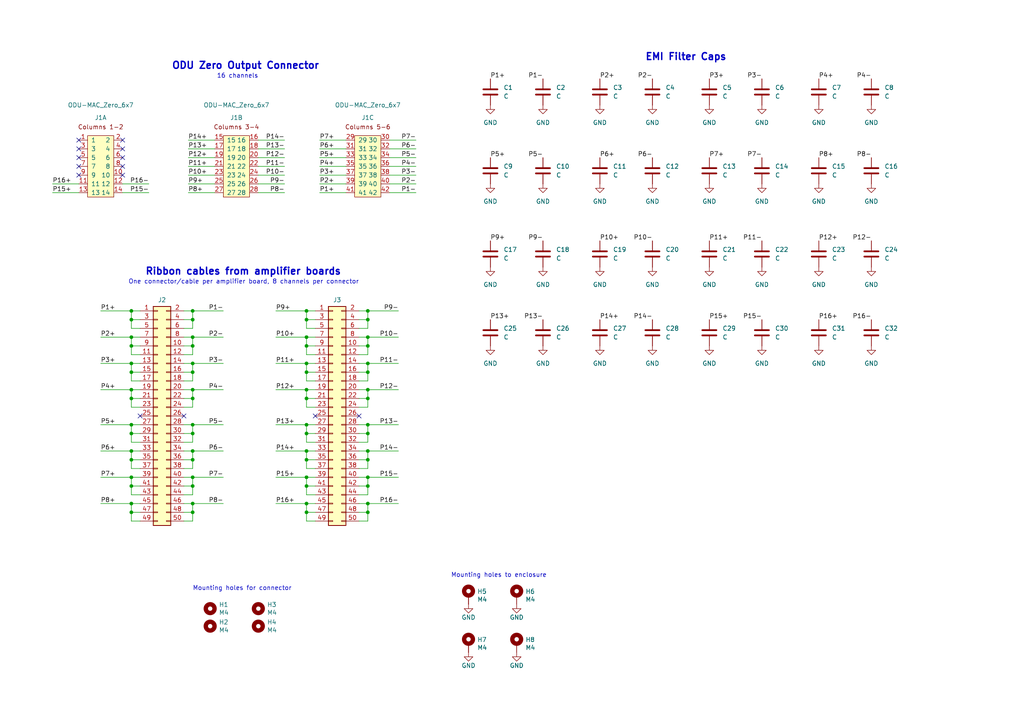
<source format=kicad_sch>
(kicad_sch (version 20211123) (generator eeschema)
  (paper "A4")
  (title_block (title "Shim Amplifier: Output Connector Board") (rev "D1") (company "Martinos Center @ MGH") (comment 1 "Don Straney"))
  (lib_symbols
    (symbol "Connector_Generic:Conn_02x25_Odd_Even" (pin_names (offset 1.016) hide)
      (property "Reference" "J" (at 1.27 33.02 0))
      (property "Value" "Conn_02x25_Odd_Even" (at 1.27 -33.02 0))
      (symbol "Conn_02x25_Odd_Even_1_1"
        (rectangle (start -1.27 -30.353) (end 0 -30.607) (stroke (width 0.1524)))
        (rectangle (start -1.27 -27.813) (end 0 -28.067) (stroke (width 0.1524)))
        (rectangle (start -1.27 -25.273) (end 0 -25.527) (stroke (width 0.1524)))
        (rectangle (start -1.27 -22.733) (end 0 -22.987) (stroke (width 0.1524)))
        (rectangle (start -1.27 -20.193) (end 0 -20.447) (stroke (width 0.1524)))
        (rectangle (start -1.27 -17.653) (end 0 -17.907) (stroke (width 0.1524)))
        (rectangle (start -1.27 -15.113) (end 0 -15.367) (stroke (width 0.1524)))
        (rectangle (start -1.27 -12.573) (end 0 -12.827) (stroke (width 0.1524)))
        (rectangle (start -1.27 -10.033) (end 0 -10.287) (stroke (width 0.1524)))
        (rectangle (start -1.27 -7.493) (end 0 -7.747) (stroke (width 0.1524)))
        (rectangle (start -1.27 -4.953) (end 0 -5.207) (stroke (width 0.1524)))
        (rectangle (start -1.27 -2.413) (end 0 -2.667) (stroke (width 0.1524)))
        (rectangle (start -1.27 0.127) (end 0 -0.127) (stroke (width 0.1524)))
        (rectangle (start -1.27 2.667) (end 0 2.413) (stroke (width 0.1524)))
        (rectangle (start -1.27 5.207) (end 0 4.953) (stroke (width 0.1524)))
        (rectangle (start -1.27 7.747) (end 0 7.493) (stroke (width 0.1524)))
        (rectangle (start -1.27 10.287) (end 0 10.033) (stroke (width 0.1524)))
        (rectangle (start -1.27 12.827) (end 0 12.573) (stroke (width 0.1524)))
        (rectangle (start -1.27 15.367) (end 0 15.113) (stroke (width 0.1524)))
        (rectangle (start -1.27 17.907) (end 0 17.653) (stroke (width 0.1524)))
        (rectangle (start -1.27 20.447) (end 0 20.193) (stroke (width 0.1524)))
        (rectangle (start -1.27 22.987) (end 0 22.733) (stroke (width 0.1524)))
        (rectangle (start -1.27 25.527) (end 0 25.273) (stroke (width 0.1524)))
        (rectangle (start -1.27 28.067) (end 0 27.813) (stroke (width 0.1524)))
        (rectangle (start -1.27 30.607) (end 0 30.353) (stroke (width 0.1524)))
        (rectangle (start -1.27 31.75) (end 3.81 -31.75) (stroke (width 0.254)) (fill (type background)))
        (rectangle (start 3.81 -30.353) (end 2.54 -30.607) (stroke (width 0.1524)))
        (rectangle (start 3.81 -27.813) (end 2.54 -28.067) (stroke (width 0.1524)))
        (rectangle (start 3.81 -25.273) (end 2.54 -25.527) (stroke (width 0.1524)))
        (rectangle (start 3.81 -22.733) (end 2.54 -22.987) (stroke (width 0.1524)))
        (rectangle (start 3.81 -20.193) (end 2.54 -20.447) (stroke (width 0.1524)))
        (rectangle (start 3.81 -17.653) (end 2.54 -17.907) (stroke (width 0.1524)))
        (rectangle (start 3.81 -15.113) (end 2.54 -15.367) (stroke (width 0.1524)))
        (rectangle (start 3.81 -12.573) (end 2.54 -12.827) (stroke (width 0.1524)))
        (rectangle (start 3.81 -10.033) (end 2.54 -10.287) (stroke (width 0.1524)))
        (rectangle (start 3.81 -7.493) (end 2.54 -7.747) (stroke (width 0.1524)))
        (rectangle (start 3.81 -4.953) (end 2.54 -5.207) (stroke (width 0.1524)))
        (rectangle (start 3.81 -2.413) (end 2.54 -2.667) (stroke (width 0.1524)))
        (rectangle (start 3.81 0.127) (end 2.54 -0.127) (stroke (width 0.1524)))
        (rectangle (start 3.81 2.667) (end 2.54 2.413) (stroke (width 0.1524)))
        (rectangle (start 3.81 5.207) (end 2.54 4.953) (stroke (width 0.1524)))
        (rectangle (start 3.81 7.747) (end 2.54 7.493) (stroke (width 0.1524)))
        (rectangle (start 3.81 10.287) (end 2.54 10.033) (stroke (width 0.1524)))
        (rectangle (start 3.81 12.827) (end 2.54 12.573) (stroke (width 0.1524)))
        (rectangle (start 3.81 15.367) (end 2.54 15.113) (stroke (width 0.1524)))
        (rectangle (start 3.81 17.907) (end 2.54 17.653) (stroke (width 0.1524)))
        (rectangle (start 3.81 20.447) (end 2.54 20.193) (stroke (width 0.1524)))
        (rectangle (start 3.81 22.987) (end 2.54 22.733) (stroke (width 0.1524)))
        (rectangle (start 3.81 25.527) (end 2.54 25.273) (stroke (width 0.1524)))
        (rectangle (start 3.81 28.067) (end 2.54 27.813) (stroke (width 0.1524)))
        (rectangle (start 3.81 30.607) (end 2.54 30.353) (stroke (width 0.1524)))
        (pin passive line (at -5.08 30.48 0) (length 3.81) (name "Pin_1") (number "1"))
        (pin passive line (at 7.62 20.32 180) (length 3.81) (name "Pin_10") (number "10"))
        (pin passive line (at -5.08 17.78 0) (length 3.81) (name "Pin_11") (number "11"))
        (pin passive line (at 7.62 17.78 180) (length 3.81) (name "Pin_12") (number "12"))
        (pin passive line (at -5.08 15.24 0) (length 3.81) (name "Pin_13") (number "13"))
        (pin passive line (at 7.62 15.24 180) (length 3.81) (name "Pin_14") (number "14"))
        (pin passive line (at -5.08 12.7 0) (length 3.81) (name "Pin_15") (number "15"))
        (pin passive line (at 7.62 12.7 180) (length 3.81) (name "Pin_16") (number "16"))
        (pin passive line (at -5.08 10.16 0) (length 3.81) (name "Pin_17") (number "17"))
        (pin passive line (at 7.62 10.16 180) (length 3.81) (name "Pin_18") (number "18"))
        (pin passive line (at -5.08 7.62 0) (length 3.81) (name "Pin_19") (number "19"))
        (pin passive line (at 7.62 30.48 180) (length 3.81) (name "Pin_2") (number "2"))
        (pin passive line (at 7.62 7.62 180) (length 3.81) (name "Pin_20") (number "20"))
        (pin passive line (at -5.08 5.08 0) (length 3.81) (name "Pin_21") (number "21"))
        (pin passive line (at 7.62 5.08 180) (length 3.81) (name "Pin_22") (number "22"))
        (pin passive line (at -5.08 2.54 0) (length 3.81) (name "Pin_23") (number "23"))
        (pin passive line (at 7.62 2.54 180) (length 3.81) (name "Pin_24") (number "24"))
        (pin passive line (at -5.08 0 0) (length 3.81) (name "Pin_25") (number "25"))
        (pin passive line (at 7.62 0 180) (length 3.81) (name "Pin_26") (number "26"))
        (pin passive line (at -5.08 -2.54 0) (length 3.81) (name "Pin_27") (number "27"))
        (pin passive line (at 7.62 -2.54 180) (length 3.81) (name "Pin_28") (number "28"))
        (pin passive line (at -5.08 -5.08 0) (length 3.81) (name "Pin_29") (number "29"))
        (pin passive line (at -5.08 27.94 0) (length 3.81) (name "Pin_3") (number "3"))
        (pin passive line (at 7.62 -5.08 180) (length 3.81) (name "Pin_30") (number "30"))
        (pin passive line (at -5.08 -7.62 0) (length 3.81) (name "Pin_31") (number "31"))
        (pin passive line (at 7.62 -7.62 180) (length 3.81) (name "Pin_32") (number "32"))
        (pin passive line (at -5.08 -10.16 0) (length 3.81) (name "Pin_33") (number "33"))
        (pin passive line (at 7.62 -10.16 180) (length 3.81) (name "Pin_34") (number "34"))
        (pin passive line (at -5.08 -12.7 0) (length 3.81) (name "Pin_35") (number "35"))
        (pin passive line (at 7.62 -12.7 180) (length 3.81) (name "Pin_36") (number "36"))
        (pin passive line (at -5.08 -15.24 0) (length 3.81) (name "Pin_37") (number "37"))
        (pin passive line (at 7.62 -15.24 180) (length 3.81) (name "Pin_38") (number "38"))
        (pin passive line (at -5.08 -17.78 0) (length 3.81) (name "Pin_39") (number "39"))
        (pin passive line (at 7.62 27.94 180) (length 3.81) (name "Pin_4") (number "4"))
        (pin passive line (at 7.62 -17.78 180) (length 3.81) (name "Pin_40") (number "40"))
        (pin passive line (at -5.08 -20.32 0) (length 3.81) (name "Pin_41") (number "41"))
        (pin passive line (at 7.62 -20.32 180) (length 3.81) (name "Pin_42") (number "42"))
        (pin passive line (at -5.08 -22.86 0) (length 3.81) (name "Pin_43") (number "43"))
        (pin passive line (at 7.62 -22.86 180) (length 3.81) (name "Pin_44") (number "44"))
        (pin passive line (at -5.08 -25.4 0) (length 3.81) (name "Pin_45") (number "45"))
        (pin passive line (at 7.62 -25.4 180) (length 3.81) (name "Pin_46") (number "46"))
        (pin passive line (at -5.08 -27.94 0) (length 3.81) (name "Pin_47") (number "47"))
        (pin passive line (at 7.62 -27.94 180) (length 3.81) (name "Pin_48") (number "48"))
        (pin passive line (at -5.08 -30.48 0) (length 3.81) (name "Pin_49") (number "49"))
        (pin passive line (at -5.08 25.4 0) (length 3.81) (name "Pin_5") (number "5"))
        (pin passive line (at 7.62 -30.48 180) (length 3.81) (name "Pin_50") (number "50"))
        (pin passive line (at 7.62 25.4 180) (length 3.81) (name "Pin_6") (number "6"))
        (pin passive line (at -5.08 22.86 0) (length 3.81) (name "Pin_7") (number "7"))
        (pin passive line (at 7.62 22.86 180) (length 3.81) (name "Pin_8") (number "8"))
        (pin passive line (at -5.08 20.32 0) (length 3.81) (name "Pin_9") (number "9"))
      )
    )
    (symbol "Device:C" (pin_numbers hide) (pin_names (offset 0.254))
      (property "Reference" "C" (at 0.635 2.54 0))
      (property "Value" "C" (at 0.635 -2.54 0))
      (symbol "C_0_1"
        (polyline (pts (xy -2.032 -0.762) (xy 2.032 -0.762)) (stroke (width 0.508)))
        (polyline (pts (xy -2.032 0.762) (xy 2.032 0.762)) (stroke (width 0.508)))
      )
      (symbol "C_1_1"
        (pin passive line (at 0 3.81 270) (length 2.794) (name "~") (number "1"))
        (pin passive line (at 0 -3.81 90) (length 2.794) (name "~") (number "2"))
      )
    )
    (symbol "Don:ODU-MAC_Zero_6x7" (pin_names (offset 1.016))
      (property "Reference" "J" (at -1.27 24.13 0))
      (property "Value" "ODU-MAC_Zero_6x7" (at 0 21.59 0))
      (symbol "ODU-MAC_Zero_6x7_0_1"
        (rectangle (start -3.81 12.7) (end 3.81 -5.08) (fill (type background)))
      )
      (symbol "ODU-MAC_Zero_6x7_1_0"
        (text "Columns 1-2" (at 0 15.24 0) (effects (font (size 1.27 1.27))))
      )
      (symbol "ODU-MAC_Zero_6x7_1_1"
        (pin passive line (at -6.35 11.43 0) (length 2.54) (name "1") (number "1"))
        (pin passive line (at 6.35 1.27 180) (length 2.54) (name "10") (number "10"))
        (pin passive line (at -6.35 -1.27 0) (length 2.54) (name "11") (number "11"))
        (pin passive line (at 6.35 -1.27 180) (length 2.54) (name "12") (number "12"))
        (pin passive line (at -6.35 -3.81 0) (length 2.54) (name "13") (number "13"))
        (pin passive line (at 6.35 -3.81 180) (length 2.54) (name "14") (number "14"))
        (pin passive line (at 6.35 11.43 180) (length 2.54) (name "2") (number "2"))
        (pin passive line (at -6.35 8.89 0) (length 2.54) (name "3") (number "3"))
        (pin passive line (at 6.35 8.89 180) (length 2.54) (name "4") (number "4"))
        (pin passive line (at -6.35 6.35 0) (length 2.54) (name "5") (number "5"))
        (pin passive line (at 6.35 6.35 180) (length 2.54) (name "6") (number "6"))
        (pin passive line (at -6.35 3.81 0) (length 2.54) (name "7") (number "7"))
        (pin passive line (at 6.35 3.81 180) (length 2.54) (name "8") (number "8"))
        (pin passive line (at -6.35 1.27 0) (length 2.54) (name "9") (number "9"))
      )
      (symbol "ODU-MAC_Zero_6x7_2_1"
        (text "Columns 3-4" (at 0 15.24 0) (effects (font (size 1.27 1.27))))
        (pin passive line (at -6.35 11.43 0) (length 2.54) (name "15") (number "15"))
        (pin passive line (at 6.35 11.43 180) (length 2.54) (name "16") (number "16"))
        (pin passive line (at -6.35 8.89 0) (length 2.54) (name "17") (number "17"))
        (pin passive line (at 6.35 8.89 180) (length 2.54) (name "18") (number "18"))
        (pin passive line (at -6.35 6.35 0) (length 2.54) (name "19") (number "19"))
        (pin passive line (at 6.35 6.35 180) (length 2.54) (name "20") (number "20"))
        (pin passive line (at -6.35 3.81 0) (length 2.54) (name "21") (number "21"))
        (pin passive line (at 6.35 3.81 180) (length 2.54) (name "22") (number "22"))
        (pin passive line (at -6.35 1.27 0) (length 2.54) (name "23") (number "23"))
        (pin passive line (at 6.35 1.27 180) (length 2.54) (name "24") (number "24"))
        (pin passive line (at -6.35 -1.27 0) (length 2.54) (name "25") (number "25"))
        (pin passive line (at 6.35 -1.27 180) (length 2.54) (name "26") (number "26"))
        (pin passive line (at -6.35 -3.81 0) (length 2.54) (name "27") (number "27"))
        (pin passive line (at 6.35 -3.81 180) (length 2.54) (name "28") (number "28"))
      )
      (symbol "ODU-MAC_Zero_6x7_3_1"
        (text "Columns 5-6" (at 0 15.24 0) (effects (font (size 1.27 1.27))))
        (pin passive line (at -6.35 11.43 0) (length 2.54) (name "29") (number "29"))
        (pin passive line (at 6.35 11.43 180) (length 2.54) (name "30") (number "30"))
        (pin passive line (at -6.35 8.89 0) (length 2.54) (name "31") (number "31"))
        (pin passive line (at 6.35 8.89 180) (length 2.54) (name "32") (number "32"))
        (pin passive line (at -6.35 6.35 0) (length 2.54) (name "33") (number "33"))
        (pin passive line (at 6.35 6.35 180) (length 2.54) (name "34") (number "34"))
        (pin passive line (at -6.35 3.81 0) (length 2.54) (name "35") (number "35"))
        (pin passive line (at 6.35 3.81 180) (length 2.54) (name "36") (number "36"))
        (pin passive line (at -6.35 1.27 0) (length 2.54) (name "37") (number "37"))
        (pin passive line (at 6.35 1.27 180) (length 2.54) (name "38") (number "38"))
        (pin passive line (at -6.35 -1.27 0) (length 2.54) (name "39") (number "39"))
        (pin passive line (at 6.35 -1.27 180) (length 2.54) (name "40") (number "40"))
        (pin passive line (at -6.35 -3.81 0) (length 2.54) (name "41") (number "41"))
        (pin passive line (at 6.35 -3.81 180) (length 2.54) (name "42") (number "42"))
      )
    )
    (symbol "Mechanical:MountingHole" (pin_names (offset 1.016))
      (property "Reference" "H" (at 0 5.08 0))
      (property "Value" "MountingHole" (at 0 3.175 0))
      (symbol "MountingHole_0_1"
        (circle (center 0 0) (radius 1.27) (stroke (width 1.27)))
      )
    )
    (symbol "Mechanical:MountingHole_Pad" (pin_numbers hide) (pin_names (offset 1.016) hide)
      (property "Reference" "H" (at 0 6.35 0))
      (property "Value" "MountingHole_Pad" (at 0 4.445 0))
      (symbol "MountingHole_Pad_0_1"
        (circle (center 0 1.27) (radius 1.27) (stroke (width 1.27)))
      )
      (symbol "MountingHole_Pad_1_1"
        (pin input line (at 0 -2.54 90) (length 2.54) (name "1") (number "1"))
      )
    )
    (symbol "power:GND" (power) (pin_names (offset 0))
      (property "Value" "GND" (at 0 -3.81 0))
      (symbol "GND_0_1"
        (polyline (pts (xy 0 0) (xy 0 -1.27) (xy 1.27 -1.27) (xy 0 -2.54) (xy -1.27 -1.27) (xy 0 -1.27)))
      )
      (symbol "GND_1_1"
        (pin power_in line (at 0 0 270) (length 0) hide (name "GND") (number "1"))
      )
    )
  )
  (junction (at 38.1 148.59))
  (junction (at 106.68 125.73))
  (junction (at 55.88 105.41))
  (junction (at 88.9 133.35))
  (junction (at 88.9 115.57))
  (junction (at 88.9 125.73))
  (junction (at 55.88 107.95))
  (junction (at 55.88 146.05))
  (junction (at 38.1 146.05))
  (junction (at 55.88 97.79))
  (junction (at 55.88 138.43))
  (junction (at 88.9 97.79))
  (junction (at 88.9 138.43))
  (junction (at 55.88 123.19))
  (junction (at 106.68 90.17))
  (junction (at 38.1 97.79))
  (junction (at 106.68 113.03))
  (junction (at 55.88 140.97))
  (junction (at 88.9 140.97))
  (junction (at 38.1 140.97))
  (junction (at 38.1 133.35))
  (junction (at 55.88 115.57))
  (junction (at 38.1 113.03))
  (junction (at 88.9 105.41))
  (junction (at 38.1 130.81))
  (junction (at 55.88 92.71))
  (junction (at 38.1 115.57))
  (junction (at 106.68 140.97))
  (junction (at 106.68 130.81))
  (junction (at 106.68 146.05))
  (junction (at 55.88 113.03))
  (junction (at 88.9 146.05))
  (junction (at 88.9 148.59))
  (junction (at 55.88 90.17))
  (junction (at 106.68 148.59))
  (junction (at 88.9 130.81))
  (junction (at 106.68 138.43))
  (junction (at 38.1 125.73))
  (junction (at 38.1 138.43))
  (junction (at 88.9 113.03))
  (junction (at 38.1 105.41))
  (junction (at 106.68 133.35))
  (junction (at 38.1 107.95))
  (junction (at 106.68 97.79))
  (junction (at 106.68 123.19))
  (junction (at 55.88 100.33))
  (junction (at 106.68 107.95))
  (junction (at 55.88 148.59))
  (junction (at 106.68 100.33))
  (junction (at 55.88 130.81))
  (junction (at 88.9 100.33))
  (junction (at 88.9 92.71))
  (junction (at 38.1 123.19))
  (junction (at 88.9 90.17))
  (junction (at 38.1 92.71))
  (junction (at 106.68 115.57))
  (junction (at 55.88 125.73))
  (junction (at 106.68 92.71))
  (junction (at 38.1 100.33))
  (junction (at 55.88 133.35))
  (junction (at 106.68 105.41))
  (junction (at 88.9 107.95))
  (junction (at 38.1 90.17))
  (junction (at 88.9 123.19))
  (no_connect (at 35.56 43.18))
  (no_connect (at 40.64 120.65))
  (no_connect (at 22.86 45.72))
  (no_connect (at 91.44 120.65))
  (no_connect (at 22.86 40.64))
  (no_connect (at 104.14 120.65))
  (no_connect (at 22.86 48.26))
  (no_connect (at 22.86 50.8))
  (no_connect (at 35.56 50.8))
  (no_connect (at 35.56 40.64))
  (no_connect (at 22.86 43.18))
  (no_connect (at 35.56 45.72))
  (no_connect (at 35.56 48.26))
  (no_connect (at 53.34 120.65))
  (wire (pts (xy 40.64 113.03) (xy 38.1 113.03)))
  (wire (pts (xy 88.9 143.51) (xy 88.9 140.97)))
  (wire (pts (xy 91.44 138.43) (xy 88.9 138.43)))
  (wire (pts (xy 106.68 105.41) (xy 115.57 105.41)))
  (wire (pts (xy 88.9 102.87) (xy 88.9 100.33)))
  (wire (pts (xy 88.9 128.27) (xy 88.9 125.73)))
  (wire (pts (xy 106.68 138.43) (xy 115.57 138.43)))
  (wire (pts (xy 88.9 97.79) (xy 80.01 97.79)))
  (wire (pts (xy 104.14 143.51) (xy 106.68 143.51)))
  (wire (pts (xy 106.68 143.51) (xy 106.68 140.97)))
  (wire (pts (xy 40.64 133.35) (xy 38.1 133.35)))
  (wire (pts (xy 74.93 45.72) (xy 82.55 45.72)))
  (wire (pts (xy 38.1 151.13) (xy 38.1 148.59)))
  (wire (pts (xy 55.88 146.05) (xy 64.77 146.05)))
  (wire (pts (xy 55.88 130.81) (xy 64.77 130.81)))
  (wire (pts (xy 38.1 100.33) (xy 38.1 97.79)))
  (wire (pts (xy 106.68 97.79) (xy 115.57 97.79)))
  (wire (pts (xy 53.34 90.17) (xy 55.88 90.17)))
  (wire (pts (xy 91.44 118.11) (xy 88.9 118.11)))
  (wire (pts (xy 55.88 97.79) (xy 64.77 97.79)))
  (wire (pts (xy 91.44 123.19) (xy 88.9 123.19)))
  (wire (pts (xy 104.14 128.27) (xy 106.68 128.27)))
  (wire (pts (xy 40.64 151.13) (xy 38.1 151.13)))
  (wire (pts (xy 40.64 123.19) (xy 38.1 123.19)))
  (wire (pts (xy 54.61 43.18) (xy 62.23 43.18)))
  (wire (pts (xy 53.34 143.51) (xy 55.88 143.51)))
  (wire (pts (xy 40.64 95.25) (xy 38.1 95.25)))
  (wire (pts (xy 54.61 55.88) (xy 62.23 55.88)))
  (wire (pts (xy 88.9 123.19) (xy 80.01 123.19)))
  (wire (pts (xy 55.88 138.43) (xy 64.77 138.43)))
  (wire (pts (xy 106.68 130.81) (xy 115.57 130.81)))
  (wire (pts (xy 104.14 123.19) (xy 106.68 123.19)))
  (wire (pts (xy 91.44 110.49) (xy 88.9 110.49)))
  (wire (pts (xy 113.03 40.64) (xy 120.65 40.64)))
  (wire (pts (xy 53.34 107.95) (xy 55.88 107.95)))
  (wire (pts (xy 88.9 140.97) (xy 88.9 138.43)))
  (wire (pts (xy 40.64 102.87) (xy 38.1 102.87)))
  (wire (pts (xy 53.34 123.19) (xy 55.88 123.19)))
  (wire (pts (xy 55.88 95.25) (xy 55.88 92.71)))
  (wire (pts (xy 104.14 130.81) (xy 106.68 130.81)))
  (wire (pts (xy 106.68 148.59) (xy 106.68 146.05)))
  (wire (pts (xy 92.71 53.34) (xy 100.33 53.34)))
  (wire (pts (xy 40.64 118.11) (xy 38.1 118.11)))
  (wire (pts (xy 38.1 90.17) (xy 29.21 90.17)))
  (wire (pts (xy 88.9 118.11) (xy 88.9 115.57)))
  (wire (pts (xy 38.1 148.59) (xy 38.1 146.05)))
  (wire (pts (xy 15.24 55.88) (xy 22.86 55.88)))
  (wire (pts (xy 55.88 92.71) (xy 55.88 90.17)))
  (wire (pts (xy 92.71 48.26) (xy 100.33 48.26)))
  (wire (pts (xy 113.03 50.8) (xy 120.65 50.8)))
  (wire (pts (xy 55.88 151.13) (xy 55.88 148.59)))
  (wire (pts (xy 40.64 130.81) (xy 38.1 130.81)))
  (wire (pts (xy 40.64 128.27) (xy 38.1 128.27)))
  (wire (pts (xy 104.14 113.03) (xy 106.68 113.03)))
  (wire (pts (xy 55.88 115.57) (xy 55.88 113.03)))
  (wire (pts (xy 40.64 100.33) (xy 38.1 100.33)))
  (wire (pts (xy 92.71 40.64) (xy 100.33 40.64)))
  (wire (pts (xy 35.56 53.34) (xy 43.18 53.34)))
  (wire (pts (xy 104.14 151.13) (xy 106.68 151.13)))
  (wire (pts (xy 91.44 143.51) (xy 88.9 143.51)))
  (wire (pts (xy 55.88 140.97) (xy 55.88 138.43)))
  (wire (pts (xy 88.9 151.13) (xy 88.9 148.59)))
  (wire (pts (xy 104.14 110.49) (xy 106.68 110.49)))
  (wire (pts (xy 104.14 133.35) (xy 106.68 133.35)))
  (wire (pts (xy 53.34 146.05) (xy 55.88 146.05)))
  (wire (pts (xy 54.61 40.64) (xy 62.23 40.64)))
  (wire (pts (xy 106.68 115.57) (xy 106.68 113.03)))
  (wire (pts (xy 88.9 100.33) (xy 88.9 97.79)))
  (wire (pts (xy 38.1 107.95) (xy 38.1 105.41)))
  (wire (pts (xy 106.68 90.17) (xy 115.57 90.17)))
  (wire (pts (xy 55.88 100.33) (xy 55.88 97.79)))
  (wire (pts (xy 40.64 140.97) (xy 38.1 140.97)))
  (wire (pts (xy 40.64 146.05) (xy 38.1 146.05)))
  (wire (pts (xy 106.68 92.71) (xy 106.68 90.17)))
  (wire (pts (xy 88.9 148.59) (xy 88.9 146.05)))
  (wire (pts (xy 91.44 151.13) (xy 88.9 151.13)))
  (wire (pts (xy 38.1 118.11) (xy 38.1 115.57)))
  (wire (pts (xy 40.64 148.59) (xy 38.1 148.59)))
  (wire (pts (xy 104.14 148.59) (xy 106.68 148.59)))
  (wire (pts (xy 88.9 113.03) (xy 80.01 113.03)))
  (wire (pts (xy 53.34 95.25) (xy 55.88 95.25)))
  (wire (pts (xy 104.14 125.73) (xy 106.68 125.73)))
  (wire (pts (xy 106.68 118.11) (xy 106.68 115.57)))
  (wire (pts (xy 40.64 107.95) (xy 38.1 107.95)))
  (wire (pts (xy 91.44 97.79) (xy 88.9 97.79)))
  (wire (pts (xy 55.88 118.11) (xy 55.88 115.57)))
  (wire (pts (xy 55.88 135.89) (xy 55.88 133.35)))
  (wire (pts (xy 104.14 138.43) (xy 106.68 138.43)))
  (wire (pts (xy 55.88 107.95) (xy 55.88 105.41)))
  (wire (pts (xy 40.64 110.49) (xy 38.1 110.49)))
  (wire (pts (xy 54.61 45.72) (xy 62.23 45.72)))
  (wire (pts (xy 88.9 92.71) (xy 88.9 90.17)))
  (wire (pts (xy 55.88 128.27) (xy 55.88 125.73)))
  (wire (pts (xy 91.44 95.25) (xy 88.9 95.25)))
  (wire (pts (xy 53.34 105.41) (xy 55.88 105.41)))
  (wire (pts (xy 92.71 50.8) (xy 100.33 50.8)))
  (wire (pts (xy 53.34 140.97) (xy 55.88 140.97)))
  (wire (pts (xy 38.1 113.03) (xy 29.21 113.03)))
  (wire (pts (xy 55.88 143.51) (xy 55.88 140.97)))
  (wire (pts (xy 53.34 128.27) (xy 55.88 128.27)))
  (wire (pts (xy 106.68 102.87) (xy 106.68 100.33)))
  (wire (pts (xy 104.14 140.97) (xy 106.68 140.97)))
  (wire (pts (xy 88.9 110.49) (xy 88.9 107.95)))
  (wire (pts (xy 38.1 105.41) (xy 29.21 105.41)))
  (wire (pts (xy 106.68 123.19) (xy 115.57 123.19)))
  (wire (pts (xy 88.9 115.57) (xy 88.9 113.03)))
  (wire (pts (xy 38.1 138.43) (xy 29.21 138.43)))
  (wire (pts (xy 113.03 55.88) (xy 120.65 55.88)))
  (wire (pts (xy 38.1 146.05) (xy 29.21 146.05)))
  (wire (pts (xy 92.71 55.88) (xy 100.33 55.88)))
  (wire (pts (xy 54.61 53.34) (xy 62.23 53.34)))
  (wire (pts (xy 40.64 115.57) (xy 38.1 115.57)))
  (wire (pts (xy 38.1 135.89) (xy 38.1 133.35)))
  (wire (pts (xy 104.14 100.33) (xy 106.68 100.33)))
  (wire (pts (xy 15.24 53.34) (xy 22.86 53.34)))
  (wire (pts (xy 38.1 130.81) (xy 29.21 130.81)))
  (wire (pts (xy 91.44 107.95) (xy 88.9 107.95)))
  (wire (pts (xy 91.44 92.71) (xy 88.9 92.71)))
  (wire (pts (xy 104.14 102.87) (xy 106.68 102.87)))
  (wire (pts (xy 91.44 105.41) (xy 88.9 105.41)))
  (wire (pts (xy 91.44 125.73) (xy 88.9 125.73)))
  (wire (pts (xy 53.34 151.13) (xy 55.88 151.13)))
  (wire (pts (xy 38.1 102.87) (xy 38.1 100.33)))
  (wire (pts (xy 92.71 45.72) (xy 100.33 45.72)))
  (wire (pts (xy 88.9 90.17) (xy 80.01 90.17)))
  (wire (pts (xy 53.34 113.03) (xy 55.88 113.03)))
  (wire (pts (xy 113.03 43.18) (xy 120.65 43.18)))
  (wire (pts (xy 74.93 43.18) (xy 82.55 43.18)))
  (wire (pts (xy 55.88 125.73) (xy 55.88 123.19)))
  (wire (pts (xy 91.44 115.57) (xy 88.9 115.57)))
  (wire (pts (xy 40.64 135.89) (xy 38.1 135.89)))
  (wire (pts (xy 106.68 128.27) (xy 106.68 125.73)))
  (wire (pts (xy 106.68 140.97) (xy 106.68 138.43)))
  (wire (pts (xy 54.61 50.8) (xy 62.23 50.8)))
  (wire (pts (xy 53.34 138.43) (xy 55.88 138.43)))
  (wire (pts (xy 106.68 125.73) (xy 106.68 123.19)))
  (wire (pts (xy 55.88 105.41) (xy 64.77 105.41)))
  (wire (pts (xy 113.03 48.26) (xy 120.65 48.26)))
  (wire (pts (xy 38.1 123.19) (xy 29.21 123.19)))
  (wire (pts (xy 53.34 115.57) (xy 55.88 115.57)))
  (wire (pts (xy 38.1 128.27) (xy 38.1 125.73)))
  (wire (pts (xy 104.14 107.95) (xy 106.68 107.95)))
  (wire (pts (xy 91.44 113.03) (xy 88.9 113.03)))
  (wire (pts (xy 55.88 90.17) (xy 64.77 90.17)))
  (wire (pts (xy 91.44 135.89) (xy 88.9 135.89)))
  (wire (pts (xy 88.9 138.43) (xy 80.01 138.43)))
  (wire (pts (xy 40.64 90.17) (xy 38.1 90.17)))
  (wire (pts (xy 53.34 118.11) (xy 55.88 118.11)))
  (wire (pts (xy 88.9 135.89) (xy 88.9 133.35)))
  (wire (pts (xy 104.14 97.79) (xy 106.68 97.79)))
  (wire (pts (xy 38.1 140.97) (xy 38.1 138.43)))
  (wire (pts (xy 104.14 135.89) (xy 106.68 135.89)))
  (wire (pts (xy 53.34 133.35) (xy 55.88 133.35)))
  (wire (pts (xy 53.34 97.79) (xy 55.88 97.79)))
  (wire (pts (xy 91.44 128.27) (xy 88.9 128.27)))
  (wire (pts (xy 55.88 133.35) (xy 55.88 130.81)))
  (wire (pts (xy 74.93 50.8) (xy 82.55 50.8)))
  (wire (pts (xy 88.9 107.95) (xy 88.9 105.41)))
  (wire (pts (xy 92.71 43.18) (xy 100.33 43.18)))
  (wire (pts (xy 104.14 118.11) (xy 106.68 118.11)))
  (wire (pts (xy 106.68 151.13) (xy 106.68 148.59)))
  (wire (pts (xy 106.68 133.35) (xy 106.68 130.81)))
  (wire (pts (xy 54.61 48.26) (xy 62.23 48.26)))
  (wire (pts (xy 91.44 130.81) (xy 88.9 130.81)))
  (wire (pts (xy 38.1 143.51) (xy 38.1 140.97)))
  (wire (pts (xy 106.68 110.49) (xy 106.68 107.95)))
  (wire (pts (xy 38.1 110.49) (xy 38.1 107.95)))
  (wire (pts (xy 88.9 130.81) (xy 80.01 130.81)))
  (wire (pts (xy 38.1 125.73) (xy 38.1 123.19)))
  (wire (pts (xy 53.34 148.59) (xy 55.88 148.59)))
  (wire (pts (xy 91.44 133.35) (xy 88.9 133.35)))
  (wire (pts (xy 91.44 146.05) (xy 88.9 146.05)))
  (wire (pts (xy 40.64 138.43) (xy 38.1 138.43)))
  (wire (pts (xy 88.9 105.41) (xy 80.01 105.41)))
  (wire (pts (xy 38.1 95.25) (xy 38.1 92.71)))
  (wire (pts (xy 104.14 115.57) (xy 106.68 115.57)))
  (wire (pts (xy 113.03 45.72) (xy 120.65 45.72)))
  (wire (pts (xy 55.88 123.19) (xy 64.77 123.19)))
  (wire (pts (xy 40.64 92.71) (xy 38.1 92.71)))
  (wire (pts (xy 53.34 100.33) (xy 55.88 100.33)))
  (wire (pts (xy 74.93 55.88) (xy 82.55 55.88)))
  (wire (pts (xy 113.03 53.34) (xy 120.65 53.34)))
  (wire (pts (xy 40.64 143.51) (xy 38.1 143.51)))
  (wire (pts (xy 53.34 135.89) (xy 55.88 135.89)))
  (wire (pts (xy 38.1 92.71) (xy 38.1 90.17)))
  (wire (pts (xy 91.44 100.33) (xy 88.9 100.33)))
  (wire (pts (xy 38.1 97.79) (xy 29.21 97.79)))
  (wire (pts (xy 88.9 125.73) (xy 88.9 123.19)))
  (wire (pts (xy 91.44 140.97) (xy 88.9 140.97)))
  (wire (pts (xy 55.88 110.49) (xy 55.88 107.95)))
  (wire (pts (xy 106.68 107.95) (xy 106.68 105.41)))
  (wire (pts (xy 91.44 102.87) (xy 88.9 102.87)))
  (wire (pts (xy 40.64 105.41) (xy 38.1 105.41)))
  (wire (pts (xy 74.93 53.34) (xy 82.55 53.34)))
  (wire (pts (xy 104.14 105.41) (xy 106.68 105.41)))
  (wire (pts (xy 104.14 90.17) (xy 106.68 90.17)))
  (wire (pts (xy 53.34 110.49) (xy 55.88 110.49)))
  (wire (pts (xy 53.34 125.73) (xy 55.88 125.73)))
  (wire (pts (xy 38.1 115.57) (xy 38.1 113.03)))
  (wire (pts (xy 106.68 135.89) (xy 106.68 133.35)))
  (wire (pts (xy 35.56 55.88) (xy 43.18 55.88)))
  (wire (pts (xy 91.44 90.17) (xy 88.9 90.17)))
  (wire (pts (xy 104.14 146.05) (xy 106.68 146.05)))
  (wire (pts (xy 106.68 113.03) (xy 115.57 113.03)))
  (wire (pts (xy 53.34 102.87) (xy 55.88 102.87)))
  (wire (pts (xy 104.14 92.71) (xy 106.68 92.71)))
  (wire (pts (xy 38.1 133.35) (xy 38.1 130.81)))
  (wire (pts (xy 53.34 92.71) (xy 55.88 92.71)))
  (wire (pts (xy 106.68 95.25) (xy 106.68 92.71)))
  (wire (pts (xy 55.88 113.03) (xy 64.77 113.03)))
  (wire (pts (xy 106.68 146.05) (xy 115.57 146.05)))
  (wire (pts (xy 55.88 148.59) (xy 55.88 146.05)))
  (wire (pts (xy 88.9 146.05) (xy 80.01 146.05)))
  (wire (pts (xy 55.88 102.87) (xy 55.88 100.33)))
  (wire (pts (xy 91.44 148.59) (xy 88.9 148.59)))
  (wire (pts (xy 53.34 130.81) (xy 55.88 130.81)))
  (wire (pts (xy 74.93 48.26) (xy 82.55 48.26)))
  (wire (pts (xy 88.9 95.25) (xy 88.9 92.71)))
  (wire (pts (xy 74.93 40.64) (xy 82.55 40.64)))
  (wire (pts (xy 88.9 133.35) (xy 88.9 130.81)))
  (wire (pts (xy 40.64 125.73) (xy 38.1 125.73)))
  (wire (pts (xy 40.64 97.79) (xy 38.1 97.79)))
  (wire (pts (xy 106.68 100.33) (xy 106.68 97.79)))
  (wire (pts (xy 104.14 95.25) (xy 106.68 95.25)))
  (text "Mounting holes for connector" (at 55.88 171.45 0) (effects (font (size 1.27 1.27)) (justify left bottom)))
  (text "ODU Zero Output Connector" (at 92.71 20.32 180) (effects (font (size 2.0066 2.0066) (thickness 0.4013) bold) (justify right bottom)))
  (text "16 channels" (at 74.93 22.86 180) (effects (font (size 1.27 1.27)) (justify right bottom)))
  (text "Ribbon cables from amplifier boards" (at 99.06 80.01 180) (effects (font (size 2.0066 2.0066) (thickness 0.4013) bold) (justify right bottom)))
  (text "One connector/cable per amplifier board, 8 channels per connector" (at 104.14 82.55 180) (effects (font (size 1.27 1.27)) (justify right bottom)))
  (text "Mounting holes to enclosure" (at 130.81 167.64 0) (effects (font (size 1.27 1.27)) (justify left bottom)))
  (text "EMI Filter Caps" (at 210.82 17.78 180) (effects (font (size 2.0066 2.0066) (thickness 0.4013) bold) (justify right bottom)))
  (label "P11-" (at 115.57 105.41 180))
  (label "P1+" (at 29.21 90.17 0))
  (label "P16-" (at 115.57 146.05 180))
  (label "P9+" (at 54.61 53.34 0))
  (label "P9-" (at 157.48 69.85 180))
  (label "P11+" (at 80.01 105.41 0))
  (label "P15-" (at 43.18 55.88 180))
  (label "P8-" (at 252.73 45.72 180))
  (label "P10-" (at 115.57 97.79 180))
  (label "P4-" (at 64.77 113.03 180))
  (label "P14+" (at 173.99 92.71 0))
  (label "P2-" (at 120.65 53.34 180))
  (label "P4+" (at 237.49 22.86 0))
  (label "P14+" (at 54.61 40.64 0))
  (label "P8-" (at 82.55 55.88 180))
  (label "P6+" (at 29.21 130.81 0))
  (label "P9-" (at 82.55 53.34 180))
  (label "P4-" (at 252.73 22.86 180))
  (label "P12-" (at 82.55 45.72 180))
  (label "P8+" (at 237.49 45.72 0))
  (label "P16+" (at 237.49 92.71 0))
  (label "P7+" (at 92.71 40.64 0))
  (label "P4+" (at 29.21 113.03 0))
  (label "P14-" (at 189.23 92.71 180))
  (label "P15-" (at 220.98 92.71 180))
  (label "P7+" (at 205.74 45.72 0))
  (label "P9+" (at 142.24 69.85 0))
  (label "P13-" (at 115.57 123.19 180))
  (label "P12-" (at 252.73 69.85 180))
  (label "P4+" (at 92.71 48.26 0))
  (label "P5-" (at 157.48 45.72 180))
  (label "P14-" (at 82.55 40.64 180))
  (label "P16+" (at 15.24 53.34 0))
  (label "P16+" (at 80.01 146.05 0))
  (label "P3-" (at 64.77 105.41 180))
  (label "P1-" (at 157.48 22.86 180))
  (label "P5+" (at 29.21 123.19 0))
  (label "P7+" (at 29.21 138.43 0))
  (label "P6+" (at 92.71 43.18 0))
  (label "P3+" (at 29.21 105.41 0))
  (label "P10-" (at 82.55 50.8 180))
  (label "P5+" (at 92.71 45.72 0))
  (label "P6+" (at 173.99 45.72 0))
  (label "P2+" (at 29.21 97.79 0))
  (label "P11+" (at 54.61 48.26 0))
  (label "P10-" (at 189.23 69.85 180))
  (label "P14+" (at 80.01 130.81 0))
  (label "P4-" (at 120.65 48.26 180))
  (label "P8-" (at 64.77 146.05 180))
  (label "P16-" (at 252.73 92.71 180))
  (label "P6-" (at 189.23 45.72 180))
  (label "P3+" (at 92.71 50.8 0))
  (label "P2-" (at 64.77 97.79 180))
  (label "P11-" (at 82.55 48.26 180))
  (label "P8+" (at 29.21 146.05 0))
  (label "P13+" (at 54.61 43.18 0))
  (label "P6-" (at 120.65 43.18 180))
  (label "P5+" (at 142.24 45.72 0))
  (label "P10+" (at 173.99 69.85 0))
  (label "P1+" (at 92.71 55.88 0))
  (label "P1-" (at 64.77 90.17 180))
  (label "P10+" (at 54.61 50.8 0))
  (label "P3-" (at 220.98 22.86 180))
  (label "P7-" (at 220.98 45.72 180))
  (label "P5-" (at 120.65 45.72 180))
  (label "P13+" (at 80.01 123.19 0))
  (label "P9+" (at 80.01 90.17 0))
  (label "P12+" (at 237.49 69.85 0))
  (label "P13-" (at 82.55 43.18 180))
  (label "P2+" (at 92.71 53.34 0))
  (label "P8+" (at 54.61 55.88 0))
  (label "P1-" (at 120.65 55.88 180))
  (label "P9-" (at 115.57 90.17 180))
  (label "P10+" (at 80.01 97.79 0))
  (label "P12-" (at 115.57 113.03 180))
  (label "P16-" (at 43.18 53.34 180))
  (label "P3-" (at 120.65 50.8 180))
  (label "P11+" (at 205.74 69.85 0))
  (label "P6-" (at 64.77 130.81 180))
  (label "P7-" (at 120.65 40.64 180))
  (label "P14-" (at 115.57 130.81 180))
  (label "P15+" (at 15.24 55.88 0))
  (label "P5-" (at 64.77 123.19 180))
  (label "P13-" (at 157.48 92.71 180))
  (label "P13+" (at 142.24 92.71 0))
  (label "P15+" (at 205.74 92.71 0))
  (label "P15-" (at 115.57 138.43 180))
  (label "P11-" (at 220.98 69.85 180))
  (label "P12+" (at 80.01 113.03 0))
  (label "P3+" (at 205.74 22.86 0))
  (label "P2-" (at 189.23 22.86 180))
  (label "P15+" (at 80.01 138.43 0))
  (label "P7-" (at 64.77 138.43 180))
  (label "P1+" (at 142.24 22.86 0))
  (label "P2+" (at 173.99 22.86 0))
  (label "P12+" (at 54.61 45.72 0))
  (symbol (lib_id "Don:ODU-MAC_Zero_6x7") (at 29.21 52.07 0) (unit 1)
    (property "Reference" "J1" (at 29.21 34.1122 0))
    (property "Value" "ODU-MAC_Zero_6x7" (at 29.21 30.48 0))
    (property "Footprint" "Don:ODU-MAC_Zero_6x7" (effects hide))
  )
  (symbol (lib_id "Don:ODU-MAC_Zero_6x7") (at 68.58 52.07 0) (unit 2)
    (property "Reference" "J1" (at 68.58 34.1122 0))
    (property "Value" "ODU-MAC_Zero_6x7" (at 68.58 30.48 0))
    (property "Footprint" "Don:ODU-MAC_Zero_6x7" (effects hide))
  )
  (symbol (lib_id "Don:ODU-MAC_Zero_6x7") (at 106.68 52.07 0) (unit 3)
    (property "Reference" "J1" (at 106.68 34.1122 0))
    (property "Value" "ODU-MAC_Zero_6x7" (at 106.68 30.48 0))
    (property "Footprint" "Don:ODU-MAC_Zero_6x7" (effects hide))
  )
  (symbol (lib_id "Connector_Generic:Conn_02x25_Odd_Even") (at 45.72 120.65 0) (unit 1)
    (property "Reference" "J2" (at 46.99 86.995 0))
    (property "Value" "Conn_02x25_Odd_Even" (effects hide))
    (property "Footprint" "Martinos_std:PinHeader_2x25_P2.54mm_Vertical_Shrouded" (effects hide))
  )
  (symbol (lib_id "Connector_Generic:Conn_02x25_Odd_Even") (at 96.52 120.65 0) (unit 1)
    (property "Reference" "J3" (at 97.79 86.995 0))
    (property "Value" "Conn_02x25_Odd_Even" (effects hide))
    (property "Footprint" "Martinos_std:PinHeader_2x25_P2.54mm_Vertical_Shrouded" (effects hide))
  )
  (symbol (lib_id "Mechanical:MountingHole") (at 60.96 176.53 0) (unit 1)
    (property "Reference" "H1" (at 63.5 175.3616 0) (effects (justify left)))
    (property "Value" "M4" (at 63.5 177.673 0) (effects (justify left)))
    (property "Footprint" "MountingHole:MountingHole_4.3mm_M4" (effects hide))
  )
  (symbol (lib_id "Mechanical:MountingHole") (at 74.93 176.53 0) (unit 1)
    (property "Reference" "H3" (at 77.47 175.3616 0) (effects (justify left)))
    (property "Value" "M4" (at 77.47 177.673 0) (effects (justify left)))
    (property "Footprint" "MountingHole:MountingHole_4.3mm_M4" (effects hide))
  )
  (symbol (lib_id "Mechanical:MountingHole") (at 60.96 181.61 0) (unit 1)
    (property "Reference" "H2" (at 63.5 180.4416 0) (effects (justify left)))
    (property "Value" "M4" (at 63.5 182.753 0) (effects (justify left)))
    (property "Footprint" "MountingHole:MountingHole_4.3mm_M4" (effects hide))
  )
  (symbol (lib_id "Mechanical:MountingHole") (at 74.93 181.61 0) (unit 1)
    (property "Reference" "H4" (at 77.47 180.4416 0) (effects (justify left)))
    (property "Value" "M4" (at 77.47 182.753 0) (effects (justify left)))
    (property "Footprint" "MountingHole:MountingHole_4.3mm_M4" (effects hide))
  )
  (symbol (lib_id "Device:C") (at 220.98 96.52 0) (unit 1)
    (property "Reference" "C30" (at 224.79 95.2499 0) (effects (justify left)))
    (property "Value" "C" (at 224.79 97.7899 0) (effects (justify left)))
    (property "Footprint" "Capacitor_SMD:C_0603_1608Metric" (effects hide))
  )
  (symbol (lib_id "power:GND") (at 220.98 30.48 0) (unit 1)
    (property "Reference" "#PWR0108" (effects hide))
    (property "Value" "GND" (at 220.98 35.56 0))
  )
  (symbol (lib_id "Device:C") (at 142.24 49.53 0) (unit 1)
    (property "Reference" "C9" (at 146.05 48.2599 0) (effects (justify left)))
    (property "Value" "C" (at 146.05 50.7999 0) (effects (justify left)))
    (property "Footprint" "Capacitor_SMD:C_0603_1608Metric" (effects hide))
  )
  (symbol (lib_id "power:GND") (at 173.99 77.47 0) (unit 1)
    (property "Reference" "#PWR0131" (effects hide))
    (property "Value" "GND" (at 173.99 82.55 0))
  )
  (symbol (lib_id "Device:C") (at 237.49 49.53 0) (unit 1)
    (property "Reference" "C15" (at 241.3 48.2599 0) (effects (justify left)))
    (property "Value" "C" (at 241.3 50.7999 0) (effects (justify left)))
    (property "Footprint" "Capacitor_SMD:C_0603_1608Metric" (effects hide))
  )
  (symbol (lib_id "Device:C") (at 142.24 73.66 0) (unit 1)
    (property "Reference" "C17" (at 146.05 72.3899 0) (effects (justify left)))
    (property "Value" "C" (at 146.05 74.9299 0) (effects (justify left)))
    (property "Footprint" "Capacitor_SMD:C_0603_1608Metric" (effects hide))
  )
  (symbol (lib_id "Device:C") (at 189.23 73.66 0) (unit 1)
    (property "Reference" "C20" (at 193.04 72.3899 0) (effects (justify left)))
    (property "Value" "C" (at 193.04 74.9299 0) (effects (justify left)))
    (property "Footprint" "Capacitor_SMD:C_0603_1608Metric" (effects hide))
  )
  (symbol (lib_id "power:GND") (at 237.49 77.47 0) (unit 1)
    (property "Reference" "#PWR0101" (effects hide))
    (property "Value" "GND" (at 237.49 82.55 0))
  )
  (symbol (lib_id "Device:C") (at 189.23 26.67 0) (unit 1)
    (property "Reference" "C4" (at 193.04 25.3999 0) (effects (justify left)))
    (property "Value" "C" (at 193.04 27.9399 0) (effects (justify left)))
    (property "Footprint" "Capacitor_SMD:C_0603_1608Metric" (effects hide))
  )
  (symbol (lib_id "Device:C") (at 157.48 26.67 0) (unit 1)
    (property "Reference" "C2" (at 161.29 25.3999 0) (effects (justify left)))
    (property "Value" "C" (at 161.29 27.9399 0) (effects (justify left)))
    (property "Footprint" "Capacitor_SMD:C_0603_1608Metric" (effects hide))
  )
  (symbol (lib_id "Device:C") (at 237.49 96.52 0) (unit 1)
    (property "Reference" "C31" (at 241.3 95.2499 0) (effects (justify left)))
    (property "Value" "C" (at 241.3 97.7899 0) (effects (justify left)))
    (property "Footprint" "Capacitor_SMD:C_0603_1608Metric" (effects hide))
  )
  (symbol (lib_id "power:GND") (at 135.89 189.23 0) (unit 1)
    (property "Reference" "#PWR0136" (effects hide))
    (property "Value" "GND" (at 135.89 193.04 0))
  )
  (symbol (lib_id "power:GND") (at 157.48 30.48 0) (unit 1)
    (property "Reference" "#PWR0121" (effects hide))
    (property "Value" "GND" (at 157.48 35.56 0))
  )
  (symbol (lib_id "Device:C") (at 252.73 26.67 0) (unit 1)
    (property "Reference" "C8" (at 256.54 25.3999 0) (effects (justify left)))
    (property "Value" "C" (at 256.54 27.9399 0) (effects (justify left)))
    (property "Footprint" "Capacitor_SMD:C_0603_1608Metric" (effects hide))
  )
  (symbol (lib_id "Mechanical:MountingHole_Pad") (at 149.86 186.69 0) (unit 1)
    (property "Reference" "H8" (at 152.4 185.5216 0) (effects (justify left)))
    (property "Value" "M4" (at 152.4 187.833 0) (effects (justify left)))
    (property "Footprint" "MountingHole:MountingHole_4.3mm_M4_Pad_Via" (effects hide))
  )
  (symbol (lib_id "power:GND") (at 173.99 30.48 0) (unit 1)
    (property "Reference" "#PWR0119" (effects hide))
    (property "Value" "GND" (at 173.99 35.56 0))
  )
  (symbol (lib_id "Device:C") (at 205.74 49.53 0) (unit 1)
    (property "Reference" "C13" (at 209.55 48.2599 0) (effects (justify left)))
    (property "Value" "C" (at 209.55 50.7999 0) (effects (justify left)))
    (property "Footprint" "Capacitor_SMD:C_0603_1608Metric" (effects hide))
  )
  (symbol (lib_id "power:GND") (at 157.48 100.33 0) (unit 1)
    (property "Reference" "#PWR0128" (effects hide))
    (property "Value" "GND" (at 157.48 105.41 0))
  )
  (symbol (lib_id "Device:C") (at 252.73 49.53 0) (unit 1)
    (property "Reference" "C16" (at 256.54 48.2599 0) (effects (justify left)))
    (property "Value" "C" (at 256.54 50.7999 0) (effects (justify left)))
    (property "Footprint" "Capacitor_SMD:C_0603_1608Metric" (effects hide))
  )
  (symbol (lib_id "power:GND") (at 149.86 189.23 0) (unit 1)
    (property "Reference" "#PWR0135" (effects hide))
    (property "Value" "GND" (at 149.86 193.04 0))
  )
  (symbol (lib_id "power:GND") (at 189.23 100.33 0) (unit 1)
    (property "Reference" "#PWR0125" (effects hide))
    (property "Value" "GND" (at 189.23 105.41 0))
  )
  (symbol (lib_id "power:GND") (at 142.24 30.48 0) (unit 1)
    (property "Reference" "#PWR0122" (effects hide))
    (property "Value" "GND" (at 142.24 35.56 0))
  )
  (symbol (lib_id "Mechanical:MountingHole_Pad") (at 135.89 186.69 0) (unit 1)
    (property "Reference" "H7" (at 138.43 185.5216 0) (effects (justify left)))
    (property "Value" "M4" (at 138.43 187.833 0) (effects (justify left)))
    (property "Footprint" "MountingHole:MountingHole_4.3mm_M4_Pad_Via" (effects hide))
  )
  (symbol (lib_id "power:GND") (at 205.74 53.34 0) (unit 1)
    (property "Reference" "#PWR0115" (effects hide))
    (property "Value" "GND" (at 205.74 58.42 0))
  )
  (symbol (lib_id "Device:C") (at 252.73 96.52 0) (unit 1)
    (property "Reference" "C32" (at 256.54 95.2499 0) (effects (justify left)))
    (property "Value" "C" (at 256.54 97.7899 0) (effects (justify left)))
    (property "Footprint" "Capacitor_SMD:C_0603_1608Metric" (effects hide))
  )
  (symbol (lib_id "power:GND") (at 142.24 100.33 0) (unit 1)
    (property "Reference" "#PWR0129" (effects hide))
    (property "Value" "GND" (at 142.24 105.41 0))
  )
  (symbol (lib_id "Device:C") (at 220.98 73.66 0) (unit 1)
    (property "Reference" "C22" (at 224.79 72.3899 0) (effects (justify left)))
    (property "Value" "C" (at 224.79 74.9299 0) (effects (justify left)))
    (property "Footprint" "Capacitor_SMD:C_0603_1608Metric" (effects hide))
  )
  (symbol (lib_id "power:GND") (at 252.73 77.47 0) (unit 1)
    (property "Reference" "#PWR0104" (effects hide))
    (property "Value" "GND" (at 252.73 82.55 0))
  )
  (symbol (lib_id "power:GND") (at 252.73 30.48 0) (unit 1)
    (property "Reference" "#PWR0114" (effects hide))
    (property "Value" "GND" (at 252.73 35.56 0))
  )
  (symbol (lib_id "Device:C") (at 189.23 49.53 0) (unit 1)
    (property "Reference" "C12" (at 193.04 48.2599 0) (effects (justify left)))
    (property "Value" "C" (at 193.04 50.7999 0) (effects (justify left)))
    (property "Footprint" "Capacitor_SMD:C_0603_1608Metric" (effects hide))
  )
  (symbol (lib_id "power:GND") (at 205.74 30.48 0) (unit 1)
    (property "Reference" "#PWR0116" (effects hide))
    (property "Value" "GND" (at 205.74 35.56 0))
  )
  (symbol (lib_id "power:GND") (at 189.23 30.48 0) (unit 1)
    (property "Reference" "#PWR0120" (effects hide))
    (property "Value" "GND" (at 189.23 35.56 0))
  )
  (symbol (lib_id "Device:C") (at 142.24 26.67 0) (unit 1)
    (property "Reference" "C1" (at 146.05 25.3999 0) (effects (justify left)))
    (property "Value" "C" (at 146.05 27.9399 0) (effects (justify left)))
    (property "Footprint" "Capacitor_SMD:C_0603_1608Metric" (effects hide))
  )
  (symbol (lib_id "power:GND") (at 149.86 175.26 0) (unit 1)
    (property "Reference" "#PWR0134" (effects hide))
    (property "Value" "GND" (at 149.86 179.07 0))
  )
  (symbol (lib_id "Device:C") (at 157.48 73.66 0) (unit 1)
    (property "Reference" "C18" (at 161.29 72.3899 0) (effects (justify left)))
    (property "Value" "C" (at 161.29 74.9299 0) (effects (justify left)))
    (property "Footprint" "Capacitor_SMD:C_0603_1608Metric" (effects hide))
  )
  (symbol (lib_id "Device:C") (at 220.98 26.67 0) (unit 1)
    (property "Reference" "C6" (at 224.79 25.3999 0) (effects (justify left)))
    (property "Value" "C" (at 224.79 27.9399 0) (effects (justify left)))
    (property "Footprint" "Capacitor_SMD:C_0603_1608Metric" (effects hide))
  )
  (symbol (lib_id "Device:C") (at 173.99 49.53 0) (unit 1)
    (property "Reference" "C11" (at 177.8 48.2599 0) (effects (justify left)))
    (property "Value" "C" (at 177.8 50.7999 0) (effects (justify left)))
    (property "Footprint" "Capacitor_SMD:C_0603_1608Metric" (effects hide))
  )
  (symbol (lib_id "power:GND") (at 237.49 30.48 0) (unit 1)
    (property "Reference" "#PWR0107" (effects hide))
    (property "Value" "GND" (at 237.49 35.56 0))
  )
  (symbol (lib_id "power:GND") (at 157.48 53.34 0) (unit 1)
    (property "Reference" "#PWR0124" (effects hide))
    (property "Value" "GND" (at 157.48 58.42 0))
  )
  (symbol (lib_id "power:GND") (at 205.74 100.33 0) (unit 1)
    (property "Reference" "#PWR0111" (effects hide))
    (property "Value" "GND" (at 205.74 105.41 0))
  )
  (symbol (lib_id "Device:C") (at 205.74 96.52 0) (unit 1)
    (property "Reference" "C29" (at 209.55 95.2499 0) (effects (justify left)))
    (property "Value" "C" (at 209.55 97.7899 0) (effects (justify left)))
    (property "Footprint" "Capacitor_SMD:C_0603_1608Metric" (effects hide))
  )
  (symbol (lib_id "power:GND") (at 173.99 53.34 0) (unit 1)
    (property "Reference" "#PWR0117" (effects hide))
    (property "Value" "GND" (at 173.99 58.42 0))
  )
  (symbol (lib_id "power:GND") (at 252.73 100.33 0) (unit 1)
    (property "Reference" "#PWR0103" (effects hide))
    (property "Value" "GND" (at 252.73 105.41 0))
  )
  (symbol (lib_id "Mechanical:MountingHole_Pad") (at 149.86 172.72 0) (unit 1)
    (property "Reference" "H6" (at 152.4 171.5516 0) (effects (justify left)))
    (property "Value" "M4" (at 152.4 173.863 0) (effects (justify left)))
    (property "Footprint" "MountingHole:MountingHole_4.3mm_M4_Pad_Via" (effects hide))
  )
  (symbol (lib_id "Mechanical:MountingHole_Pad") (at 135.89 172.72 0) (unit 1)
    (property "Reference" "H5" (at 138.43 171.5516 0) (effects (justify left)))
    (property "Value" "M4" (at 138.43 173.863 0) (effects (justify left)))
    (property "Footprint" "MountingHole:MountingHole_4.3mm_M4_Pad_Via" (effects hide))
  )
  (symbol (lib_id "power:GND") (at 237.49 53.34 0) (unit 1)
    (property "Reference" "#PWR0113" (effects hide))
    (property "Value" "GND" (at 237.49 58.42 0))
  )
  (symbol (lib_id "Device:C") (at 142.24 96.52 0) (unit 1)
    (property "Reference" "C25" (at 146.05 95.2499 0) (effects (justify left)))
    (property "Value" "C" (at 146.05 97.7899 0) (effects (justify left)))
    (property "Footprint" "Capacitor_SMD:C_0603_1608Metric" (effects hide))
  )
  (symbol (lib_id "power:GND") (at 189.23 77.47 0) (unit 1)
    (property "Reference" "#PWR0126" (effects hide))
    (property "Value" "GND" (at 189.23 82.55 0))
  )
  (symbol (lib_id "Device:C") (at 220.98 49.53 0) (unit 1)
    (property "Reference" "C14" (at 224.79 48.2599 0) (effects (justify left)))
    (property "Value" "C" (at 224.79 50.7999 0) (effects (justify left)))
    (property "Footprint" "Capacitor_SMD:C_0603_1608Metric" (effects hide))
  )
  (symbol (lib_id "power:GND") (at 220.98 77.47 0) (unit 1)
    (property "Reference" "#PWR0106" (effects hide))
    (property "Value" "GND" (at 220.98 82.55 0))
  )
  (symbol (lib_id "power:GND") (at 142.24 53.34 0) (unit 1)
    (property "Reference" "#PWR0123" (effects hide))
    (property "Value" "GND" (at 142.24 58.42 0))
  )
  (symbol (lib_id "Device:C") (at 157.48 49.53 0) (unit 1)
    (property "Reference" "C10" (at 161.29 48.2599 0) (effects (justify left)))
    (property "Value" "C" (at 161.29 50.7999 0) (effects (justify left)))
    (property "Footprint" "Capacitor_SMD:C_0603_1608Metric" (effects hide))
  )
  (symbol (lib_id "power:GND") (at 173.99 100.33 0) (unit 1)
    (property "Reference" "#PWR0127" (effects hide))
    (property "Value" "GND" (at 173.99 105.41 0))
  )
  (symbol (lib_id "Device:C") (at 157.48 96.52 0) (unit 1)
    (property "Reference" "C26" (at 161.29 95.2499 0) (effects (justify left)))
    (property "Value" "C" (at 161.29 97.7899 0) (effects (justify left)))
    (property "Footprint" "Capacitor_SMD:C_0603_1608Metric" (effects hide))
  )
  (symbol (lib_id "Device:C") (at 252.73 73.66 0) (unit 1)
    (property "Reference" "C24" (at 256.54 72.3899 0) (effects (justify left)))
    (property "Value" "C" (at 256.54 74.9299 0) (effects (justify left)))
    (property "Footprint" "Capacitor_SMD:C_0603_1608Metric" (effects hide))
  )
  (symbol (lib_id "Device:C") (at 173.99 26.67 0) (unit 1)
    (property "Reference" "C3" (at 177.8 25.3999 0) (effects (justify left)))
    (property "Value" "C" (at 177.8 27.9399 0) (effects (justify left)))
    (property "Footprint" "Capacitor_SMD:C_0603_1608Metric" (effects hide))
  )
  (symbol (lib_id "power:GND") (at 157.48 77.47 0) (unit 1)
    (property "Reference" "#PWR0132" (effects hide))
    (property "Value" "GND" (at 157.48 82.55 0))
  )
  (symbol (lib_id "power:GND") (at 142.24 77.47 0) (unit 1)
    (property "Reference" "#PWR0130" (effects hide))
    (property "Value" "GND" (at 142.24 82.55 0))
  )
  (symbol (lib_id "Device:C") (at 237.49 26.67 0) (unit 1)
    (property "Reference" "C7" (at 241.3 25.3999 0) (effects (justify left)))
    (property "Value" "C" (at 241.3 27.9399 0) (effects (justify left)))
    (property "Footprint" "Capacitor_SMD:C_0603_1608Metric" (effects hide))
  )
  (symbol (lib_id "Device:C") (at 205.74 26.67 0) (unit 1)
    (property "Reference" "C5" (at 209.55 25.3999 0) (effects (justify left)))
    (property "Value" "C" (at 209.55 27.9399 0) (effects (justify left)))
    (property "Footprint" "Capacitor_SMD:C_0603_1608Metric" (effects hide))
  )
  (symbol (lib_id "Device:C") (at 189.23 96.52 0) (unit 1)
    (property "Reference" "C28" (at 193.04 95.2499 0) (effects (justify left)))
    (property "Value" "C" (at 193.04 97.7899 0) (effects (justify left)))
    (property "Footprint" "Capacitor_SMD:C_0603_1608Metric" (effects hide))
  )
  (symbol (lib_id "power:GND") (at 237.49 100.33 0) (unit 1)
    (property "Reference" "#PWR0102" (effects hide))
    (property "Value" "GND" (at 237.49 105.41 0))
  )
  (symbol (lib_id "Device:C") (at 237.49 73.66 0) (unit 1)
    (property "Reference" "C23" (at 241.3 72.3899 0) (effects (justify left)))
    (property "Value" "C" (at 241.3 74.9299 0) (effects (justify left)))
    (property "Footprint" "Capacitor_SMD:C_0603_1608Metric" (effects hide))
  )
  (symbol (lib_id "power:GND") (at 220.98 53.34 0) (unit 1)
    (property "Reference" "#PWR0109" (effects hide))
    (property "Value" "GND" (at 220.98 58.42 0))
  )
  (symbol (lib_id "Device:C") (at 173.99 96.52 0) (unit 1)
    (property "Reference" "C27" (at 177.8 95.2499 0) (effects (justify left)))
    (property "Value" "C" (at 177.8 97.7899 0) (effects (justify left)))
    (property "Footprint" "Capacitor_SMD:C_0603_1608Metric" (effects hide))
  )
  (symbol (lib_id "power:GND") (at 220.98 100.33 0) (unit 1)
    (property "Reference" "#PWR0110" (effects hide))
    (property "Value" "GND" (at 220.98 105.41 0))
  )
  (symbol (lib_id "Device:C") (at 173.99 73.66 0) (unit 1)
    (property "Reference" "C19" (at 177.8 72.3899 0) (effects (justify left)))
    (property "Value" "C" (at 177.8 74.9299 0) (effects (justify left)))
    (property "Footprint" "Capacitor_SMD:C_0603_1608Metric" (effects hide))
  )
  (symbol (lib_id "Device:C") (at 205.74 73.66 0) (unit 1)
    (property "Reference" "C21" (at 209.55 72.3899 0) (effects (justify left)))
    (property "Value" "C" (at 209.55 74.9299 0) (effects (justify left)))
    (property "Footprint" "Capacitor_SMD:C_0603_1608Metric" (effects hide))
  )
  (symbol (lib_id "power:GND") (at 252.73 53.34 0) (unit 1)
    (property "Reference" "#PWR0112" (effects hide))
    (property "Value" "GND" (at 252.73 58.42 0))
  )
  (symbol (lib_id "power:GND") (at 205.74 77.47 0) (unit 1)
    (property "Reference" "#PWR0105" (effects hide))
    (property "Value" "GND" (at 205.74 82.55 0))
  )
  (symbol (lib_id "power:GND") (at 135.89 175.26 0) (unit 1)
    (property "Reference" "#PWR0133" (effects hide))
    (property "Value" "GND" (at 135.89 179.07 0))
  )
  (symbol (lib_id "power:GND") (at 189.23 53.34 0) (unit 1)
    (property "Reference" "#PWR0118" (effects hide))
    (property "Value" "GND" (at 189.23 58.42 0))
  )
)
</source>
